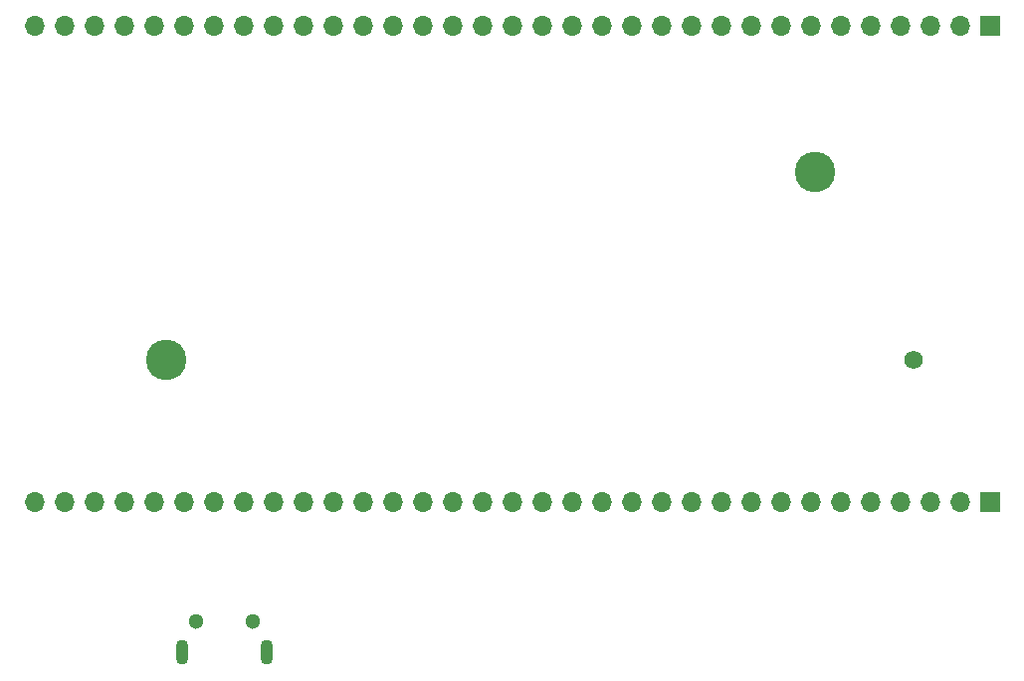
<source format=gbr>
%TF.GenerationSoftware,KiCad,Pcbnew,(6.0.2)*%
%TF.CreationDate,2022-04-11T22:24:11+02:00*%
%TF.ProjectId,main,6d61696e-2e6b-4696-9361-645f70636258,v0.02*%
%TF.SameCoordinates,Original*%
%TF.FileFunction,Soldermask,Bot*%
%TF.FilePolarity,Negative*%
%FSLAX46Y46*%
G04 Gerber Fmt 4.6, Leading zero omitted, Abs format (unit mm)*
G04 Created by KiCad (PCBNEW (6.0.2)) date 2022-04-11 22:24:11*
%MOMM*%
%LPD*%
G01*
G04 APERTURE LIST*
%ADD10C,1.300000*%
%ADD11O,1.070000X2.140000*%
%ADD12C,1.570000*%
%ADD13C,3.450000*%
%ADD14R,1.700000X1.700000*%
%ADD15O,1.700000X1.700000*%
G04 APERTURE END LIST*
D10*
%TO.C,J5*%
X111845000Y-134800000D03*
X116695000Y-134800000D03*
D11*
X110670000Y-137450000D03*
X117870000Y-137450000D03*
%TD*%
D12*
%TO.C,BT1*%
X172905000Y-112550000D03*
D13*
X109375000Y-112550000D03*
X164575000Y-96550000D03*
%TD*%
D14*
%TO.C,J2*%
X179400000Y-84100000D03*
D15*
X176860000Y-84100000D03*
X174320000Y-84100000D03*
X171780000Y-84100000D03*
X169240000Y-84100000D03*
X166700000Y-84100000D03*
X164160000Y-84100000D03*
X161620000Y-84100000D03*
X159080000Y-84100000D03*
X156540000Y-84100000D03*
X154000000Y-84100000D03*
X151460000Y-84100000D03*
X148920000Y-84100000D03*
X146380000Y-84100000D03*
X143840000Y-84100000D03*
X141300000Y-84100000D03*
X138760000Y-84100000D03*
X136220000Y-84100000D03*
X133680000Y-84100000D03*
X131140000Y-84100000D03*
X128600000Y-84100000D03*
X126060000Y-84100000D03*
X123520000Y-84100000D03*
X120980000Y-84100000D03*
X118440000Y-84100000D03*
X115900000Y-84100000D03*
X113360000Y-84100000D03*
X110820000Y-84100000D03*
X108280000Y-84100000D03*
X105740000Y-84100000D03*
X103200000Y-84100000D03*
X100660000Y-84100000D03*
X98120000Y-84100000D03*
%TD*%
D14*
%TO.C,J3*%
X179440000Y-124700000D03*
D15*
X176900000Y-124700000D03*
X174360000Y-124700000D03*
X171820000Y-124700000D03*
X169280000Y-124700000D03*
X166740000Y-124700000D03*
X164200000Y-124700000D03*
X161660000Y-124700000D03*
X159120000Y-124700000D03*
X156580000Y-124700000D03*
X154040000Y-124700000D03*
X151500000Y-124700000D03*
X148960000Y-124700000D03*
X146420000Y-124700000D03*
X143880000Y-124700000D03*
X141340000Y-124700000D03*
X138800000Y-124700000D03*
X136260000Y-124700000D03*
X133720000Y-124700000D03*
X131180000Y-124700000D03*
X128640000Y-124700000D03*
X126100000Y-124700000D03*
X123560000Y-124700000D03*
X121020000Y-124700000D03*
X118480000Y-124700000D03*
X115940000Y-124700000D03*
X113400000Y-124700000D03*
X110860000Y-124700000D03*
X108320000Y-124700000D03*
X105780000Y-124700000D03*
X103240000Y-124700000D03*
X100700000Y-124700000D03*
X98160000Y-124700000D03*
%TD*%
M02*

</source>
